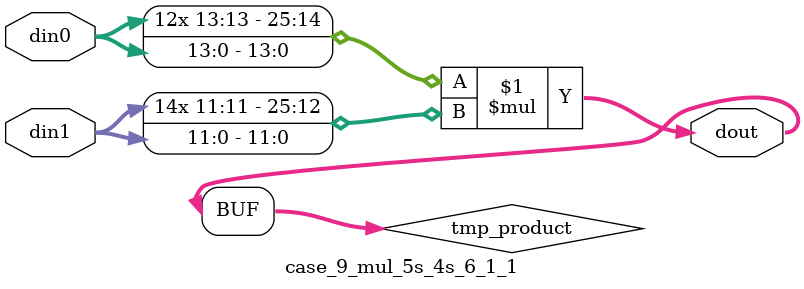
<source format=v>

`timescale 1 ns / 1 ps

 module case_9_mul_5s_4s_6_1_1(din0, din1, dout);
parameter ID = 1;
parameter NUM_STAGE = 0;
parameter din0_WIDTH = 14;
parameter din1_WIDTH = 12;
parameter dout_WIDTH = 26;

input [din0_WIDTH - 1 : 0] din0; 
input [din1_WIDTH - 1 : 0] din1; 
output [dout_WIDTH - 1 : 0] dout;

wire signed [dout_WIDTH - 1 : 0] tmp_product;



























assign tmp_product = $signed(din0) * $signed(din1);








assign dout = tmp_product;





















endmodule

</source>
